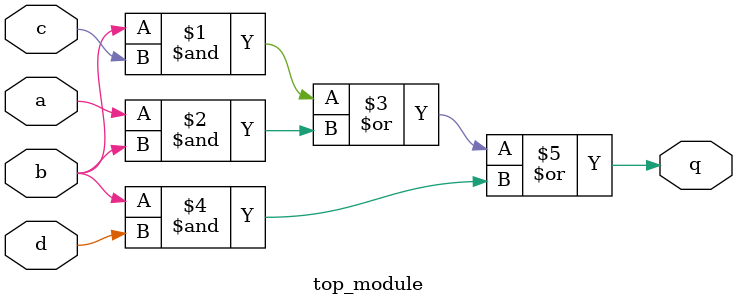
<source format=sv>
module top_module (
    input a, 
    input b, 
    input c, 
    input d,
    output q
);

assign q = (b & c) | (a & b) | (b & d);

endmodule

</source>
